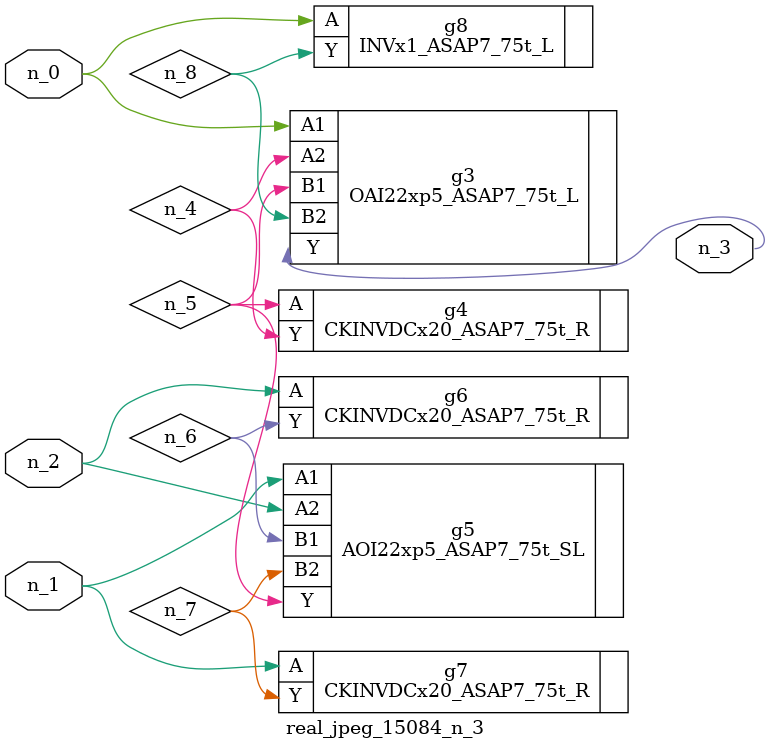
<source format=v>
module real_jpeg_15084_n_3 (n_1, n_0, n_2, n_3);

input n_1;
input n_0;
input n_2;

output n_3;

wire n_5;
wire n_8;
wire n_4;
wire n_6;
wire n_7;

OAI22xp5_ASAP7_75t_L g3 ( 
.A1(n_0),
.A2(n_4),
.B1(n_5),
.B2(n_8),
.Y(n_3)
);

INVx1_ASAP7_75t_L g8 ( 
.A(n_0),
.Y(n_8)
);

AOI22xp5_ASAP7_75t_SL g5 ( 
.A1(n_1),
.A2(n_2),
.B1(n_6),
.B2(n_7),
.Y(n_5)
);

CKINVDCx20_ASAP7_75t_R g7 ( 
.A(n_1),
.Y(n_7)
);

CKINVDCx20_ASAP7_75t_R g6 ( 
.A(n_2),
.Y(n_6)
);

CKINVDCx20_ASAP7_75t_R g4 ( 
.A(n_5),
.Y(n_4)
);


endmodule
</source>
